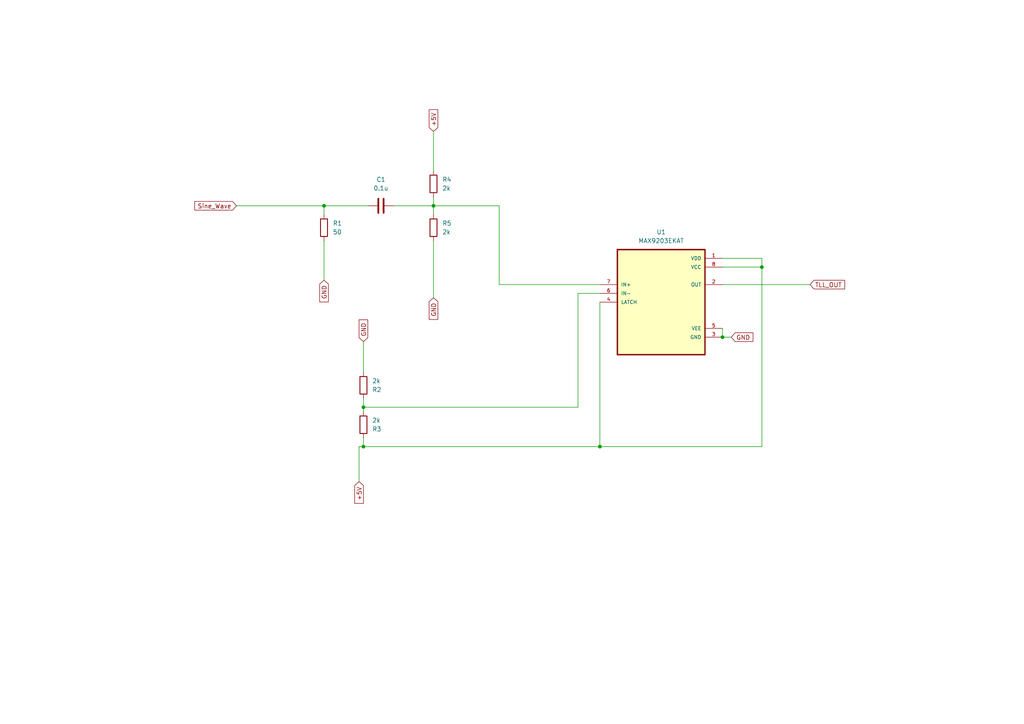
<source format=kicad_sch>
(kicad_sch (version 20230121) (generator eeschema)
  (paper "A4")
  (lib_symbols
    (symbol "Device:C" (pin_numbers hide) (pin_names (offset 0.254))
      (property "Reference" "C" (at 0.635 2.54 0))
      (property "Value" "C" (at 0.635 -2.54 0))
      (symbol "C_0_1"
        (polyline (pts (xy -2.032 -0.762) (xy 2.032 -0.762)) (stroke (width 0.508)))
        (polyline (pts (xy -2.032 0.762) (xy 2.032 0.762)) (stroke (width 0.508)))
      )
      (symbol "C_1_1"
        (pin passive line (at 0 3.81 270) (length 2.794) (name "~") (number "1"))
        (pin passive line (at 0 -3.81 90) (length 2.794) (name "~") (number "2"))
      )
    )
    (symbol "Device:R" (pin_numbers hide) (pin_names (offset 0))
      (property "Reference" "R" (at 2.032 0 90))
      (property "Value" "R" (at 0 0 90))
      (symbol "R_0_1"
        (rectangle (start -1.016 -2.54) (end 1.016 2.54) (stroke (width 0.254)))
      )
      (symbol "R_1_1"
        (pin passive line (at 0 3.81 270) (length 1.27) (name "~") (number "1"))
        (pin passive line (at 0 -3.81 90) (length 1.27) (name "~") (number "2"))
      )
    )
    (symbol "MAX9203EKAT:MAX9203EKAT" (pin_names (offset 1.016))
      (property "Reference" "U" (at -12.7 16.24 0))
      (property "Value" "MAX9203EKAT" (at -12.7 -19.24 0))
      (symbol "MAX9203EKAT_0_0"
        (rectangle (start -12.7 -15.24) (end 12.7 15.24) (stroke (width 0.41)) (fill (type background)))
        (pin power_in line (at 17.78 12.7 180) (length 5.08) (name "VDD") (number "1"))
        (pin output line (at 17.78 5.08 180) (length 5.08) (name "OUT") (number "2"))
        (pin power_in line (at 17.78 -10.16 180) (length 5.08) (name "GND") (number "3"))
        (pin input line (at -17.78 0 0) (length 5.08) (name "LATCH") (number "4"))
        (pin power_in line (at 17.78 -7.62 180) (length 5.08) (name "VEE") (number "5"))
        (pin input line (at -17.78 2.54 0) (length 5.08) (name "IN-") (number "6"))
        (pin input line (at -17.78 5.08 0) (length 5.08) (name "IN+") (number "7"))
        (pin power_in line (at 17.78 10.16 180) (length 5.08) (name "VCC") (number "8"))
      )
    )
  )
  (junction (at 173.99 129.54))
  (junction (at 105.41 118.11))
  (junction (at 209.55 97.79))
  (junction (at 93.98 59.69))
  (junction (at 220.98 77.47))
  (junction (at 105.41 129.54))
  (junction (at 125.73 59.69))
  (wire (pts (xy 114.3 59.69) (xy 125.73 59.69)))
  (wire (pts (xy 105.41 118.11) (xy 105.41 115.57)))
  (wire (pts (xy 104.14 139.7) (xy 104.14 129.54)))
  (wire (pts (xy 173.99 129.54) (xy 105.41 129.54)))
  (wire (pts (xy 173.99 82.55) (xy 144.78 82.55)))
  (wire (pts (xy 209.55 77.47) (xy 220.98 77.47)))
  (wire (pts (xy 68.58 59.69) (xy 93.98 59.69)))
  (wire (pts (xy 173.99 87.63) (xy 173.99 129.54)))
  (wire (pts (xy 105.41 118.11) (xy 105.41 119.38)))
  (wire (pts (xy 105.41 99.06) (xy 105.41 107.95)))
  (wire (pts (xy 209.55 74.93) (xy 220.98 74.93)))
  (wire (pts (xy 93.98 69.85) (xy 93.98 81.28)))
  (wire (pts (xy 209.55 82.55) (xy 234.95 82.55)))
  (wire (pts (xy 125.73 38.1) (xy 125.73 49.53)))
  (wire (pts (xy 167.64 85.09) (xy 167.64 118.11)))
  (wire (pts (xy 105.41 129.54) (xy 105.41 127)))
  (wire (pts (xy 220.98 74.93) (xy 220.98 77.47)))
  (wire (pts (xy 220.98 129.54) (xy 173.99 129.54)))
  (wire (pts (xy 209.55 97.79) (xy 212.09 97.79)))
  (wire (pts (xy 144.78 59.69) (xy 125.73 59.69)))
  (wire (pts (xy 106.68 59.69) (xy 93.98 59.69)))
  (wire (pts (xy 125.73 69.85) (xy 125.73 86.36)))
  (wire (pts (xy 167.64 85.09) (xy 173.99 85.09)))
  (wire (pts (xy 167.64 118.11) (xy 105.41 118.11)))
  (wire (pts (xy 125.73 57.15) (xy 125.73 59.69)))
  (wire (pts (xy 104.14 129.54) (xy 105.41 129.54)))
  (wire (pts (xy 125.73 59.69) (xy 125.73 62.23)))
  (wire (pts (xy 209.55 95.25) (xy 209.55 97.79)))
  (wire (pts (xy 93.98 59.69) (xy 93.98 62.23)))
  (wire (pts (xy 144.78 82.55) (xy 144.78 59.69)))
  (wire (pts (xy 220.98 77.47) (xy 220.98 129.54)))
  (global_label "TLL_OUT" (shape input) (at 234.95 82.55 0) (property "Intersheetrefs" "${INTERSHEET_REFS}" (effects hide)))
  (global_label "+5V" (shape input) (at 125.73 38.1 90) (property "Intersheetrefs" "${INTERSHEET_REFS}" (effects hide)))
  (global_label "GND" (shape input) (at 125.73 86.36 270) (property "Intersheetrefs" "${INTERSHEET_REFS}" (effects hide)))
  (global_label "Sine_Wave" (shape input) (at 68.58 59.69 180) (property "Intersheetrefs" "${INTERSHEET_REFS}" (effects hide)))
  (global_label "GND" (shape input) (at 105.41 99.06 90) (property "Intersheetrefs" "${INTERSHEET_REFS}" (effects hide)))
  (global_label "GND" (shape input) (at 93.98 81.28 270) (property "Intersheetrefs" "${INTERSHEET_REFS}" (effects hide)))
  (global_label "+5V" (shape input) (at 104.14 139.7 270) (property "Intersheetrefs" "${INTERSHEET_REFS}" (effects hide)))
  (global_label "GND" (shape input) (at 212.09 97.79 0) (property "Intersheetrefs" "${INTERSHEET_REFS}" (effects hide)))
  (symbol (lib_id "Device:R") (at 105.41 111.76 0) (mirror x) (unit 1)
    (property "Reference" "R2" (at 107.95 113.03 0) (effects (justify left)))
    (property "Value" "2k" (at 107.95 110.49 0) (effects (justify left)))
    (property "Footprint" "Resistor_THT:R_Axial_DIN0207_L6.3mm_D2.5mm_P15.24mm_Horizontal" (effects hide))
    (instances (project "RF_Coverter" (path "" (reference "R2") (unit 1)) (path "" (reference "R19") (unit 1))))
  )
  (symbol (lib_id "Device:R") (at 125.73 66.04 0) (unit 1)
    (property "Reference" "R5" (at 128.27 64.77 0) (effects (justify left)))
    (property "Value" "2k" (at 128.27 67.31 0) (effects (justify left)))
    (property "Footprint" "Resistor_THT:R_Axial_DIN0207_L6.3mm_D2.5mm_P15.24mm_Horizontal" (effects hide))
    (instances (project "RF_Coverter" (path "" (reference "R5") (unit 1)) (path "" (reference "R22") (unit 1))))
  )
  (symbol (lib_id "Device:C") (at 110.49 59.69 90) (unit 1)
    (property "Reference" "C1" (at 110.49 52.07 90))
    (property "Value" "0.1u" (at 110.49 54.61 90))
    (property "Footprint" "Capacitor_THT:CP_Radial_D5.0mm_P2.00mm" (effects hide))
    (instances (project "RF_Coverter" (path "" (reference "C1") (unit 1)) (path "" (reference "C2") (unit 1))))
  )
  (symbol (lib_id "Device:R") (at 105.41 123.19 0) (mirror x) (unit 1)
    (property "Reference" "R3" (at 107.95 124.46 0) (effects (justify left)))
    (property "Value" "2k" (at 107.95 121.92 0) (effects (justify left)))
    (property "Footprint" "Resistor_THT:R_Axial_DIN0207_L6.3mm_D2.5mm_P15.24mm_Horizontal" (effects hide))
    (instances (project "RF_Coverter" (path "" (reference "R3") (unit 1)) (path "" (reference "R20") (unit 1))))
  )
  (symbol (lib_id "Device:R") (at 125.73 53.34 0) (unit 1)
    (property "Reference" "R4" (at 128.27 52.07 0) (effects (justify left)))
    (property "Value" "2k" (at 128.27 54.61 0) (effects (justify left)))
    (property "Footprint" "Resistor_THT:R_Axial_DIN0207_L6.3mm_D2.5mm_P15.24mm_Horizontal" (effects hide))
    (instances (project "RF_Coverter" (path "" (reference "R4") (unit 1)) (path "" (reference "R21") (unit 1))))
  )
  (symbol (lib_id "MAX9203EKAT:MAX9203EKAT") (at 191.77 87.63 0) (unit 1)
    (property "Reference" "U1" (at 191.77 67.31 0))
    (property "Value" "MAX9203EKAT" (at 191.77 69.85 0))
    (property "Footprint" "RF_converter_library:SOT65P280X145-8N" (effects hide))
    (property "Sim.Library" "devices/max9203_AD/max9203.lib" (effects hide))
    (property "Sim.Name" "MAX9203" (effects hide))
    (property "Sim.Device" "SUBCKT" (effects hide))
    (property "Sim.Pins" "1=VDD 2=OUT 3=GND 4=LE 5=VEE 6=IN- 7=IN+ 8=VCC" (effects hide))
    (instances (project "RF_Coverter" (path "" (reference "U1") (unit 1)) (path "" (reference "U2") (unit 1))))
  )
  (symbol (lib_id "Device:R") (at 93.98 66.04 0) (unit 1)
    (property "Reference" "R1" (at 96.52 64.77 0) (effects (justify left)))
    (property "Value" "50" (at 96.52 67.31 0) (effects (justify left)))
    (property "Footprint" "Resistor_THT:R_Axial_DIN0207_L6.3mm_D2.5mm_P15.24mm_Horizontal" (effects hide))
    (instances (project "RF_Coverter" (path "" (reference "R1") (unit 1)) (path "" (reference "R18") (unit 1))))
  )
)
</source>
